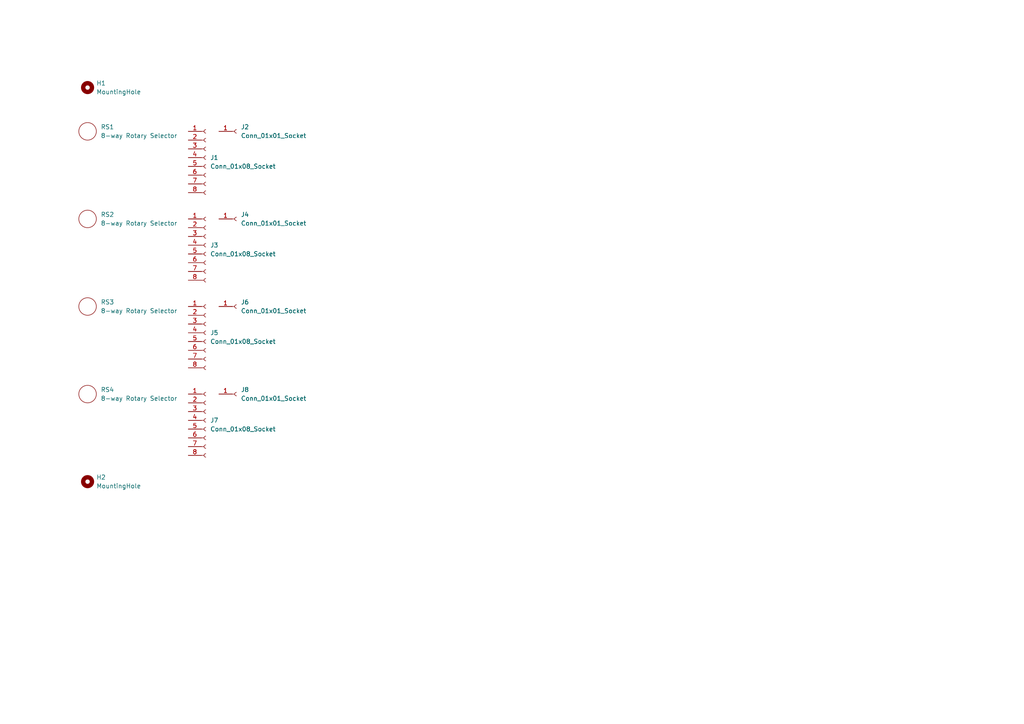
<source format=kicad_sch>
(kicad_sch (version 20231120) (generator "eeschema") (generator_version "8.0")
  (paper "A4")
  (lib_symbols
    (symbol "Connector:Conn_01x01_Socket" (pin_names (offset 1.016) hide)
      (property "Reference" "J" (at 0 2.54 0))
      (property "Value" "Conn_01x01_Socket" (at 0 -2.54 0))
      (symbol "Conn_01x01_Socket_1_1"
        (polyline (pts (xy -1.27 0) (xy -0.508 0)) (stroke (width 0.1524)))
        (arc (start 0 0.508) (mid -0.5058 0) (end 0 -0.508) (stroke (width 0.1524)))
        (pin passive line (at -5.08 0 0) (length 3.81) (name "Pin_1") (number "1"))
      )
    )
    (symbol "Connector:Conn_01x08_Socket" (pin_names (offset 1.016) hide)
      (property "Reference" "J" (at 0 10.16 0))
      (property "Value" "Conn_01x08_Socket" (at 0 -12.7 0))
      (symbol "Conn_01x08_Socket_1_1"
        (arc (start 0 -9.652) (mid -0.5058 -10.16) (end 0 -10.668) (stroke (width 0.1524)))
        (arc (start 0 -7.112) (mid -0.5058 -7.62) (end 0 -8.128) (stroke (width 0.1524)))
        (arc (start 0 -4.572) (mid -0.5058 -5.08) (end 0 -5.588) (stroke (width 0.1524)))
        (arc (start 0 -2.032) (mid -0.5058 -2.54) (end 0 -3.048) (stroke (width 0.1524)))
        (polyline (pts (xy -1.27 -10.16) (xy -0.508 -10.16)) (stroke (width 0.1524)))
        (polyline (pts (xy -1.27 -7.62) (xy -0.508 -7.62)) (stroke (width 0.1524)))
        (polyline (pts (xy -1.27 -5.08) (xy -0.508 -5.08)) (stroke (width 0.1524)))
        (polyline (pts (xy -1.27 -2.54) (xy -0.508 -2.54)) (stroke (width 0.1524)))
        (polyline (pts (xy -1.27 0) (xy -0.508 0)) (stroke (width 0.1524)))
        (polyline (pts (xy -1.27 2.54) (xy -0.508 2.54)) (stroke (width 0.1524)))
        (polyline (pts (xy -1.27 5.08) (xy -0.508 5.08)) (stroke (width 0.1524)))
        (polyline (pts (xy -1.27 7.62) (xy -0.508 7.62)) (stroke (width 0.1524)))
        (arc (start 0 0.508) (mid -0.5058 0) (end 0 -0.508) (stroke (width 0.1524)))
        (arc (start 0 3.048) (mid -0.5058 2.54) (end 0 2.032) (stroke (width 0.1524)))
        (arc (start 0 5.588) (mid -0.5058 5.08) (end 0 4.572) (stroke (width 0.1524)))
        (arc (start 0 8.128) (mid -0.5058 7.62) (end 0 7.112) (stroke (width 0.1524)))
        (pin passive line (at -5.08 7.62 0) (length 3.81) (name "Pin_1") (number "1"))
        (pin passive line (at -5.08 5.08 0) (length 3.81) (name "Pin_2") (number "2"))
        (pin passive line (at -5.08 2.54 0) (length 3.81) (name "Pin_3") (number "3"))
        (pin passive line (at -5.08 0 0) (length 3.81) (name "Pin_4") (number "4"))
        (pin passive line (at -5.08 -2.54 0) (length 3.81) (name "Pin_5") (number "5"))
        (pin passive line (at -5.08 -5.08 0) (length 3.81) (name "Pin_6") (number "6"))
        (pin passive line (at -5.08 -7.62 0) (length 3.81) (name "Pin_7") (number "7"))
        (pin passive line (at -5.08 -10.16 0) (length 3.81) (name "Pin_8") (number "8"))
      )
    )
    (symbol "EXC:Rotary_Selector_Panel_Mount_M9"
      (property "Reference" "RS" (at 0 4.064 0))
      (property "Value" "8-way Rotary Selector" (at 0 -3.81 0))
      (symbol "Rotary_Selector_Panel_Mount_M9_0_1"
        (circle (center 0 0) (radius 2.54))
      )
    )
    (symbol "Mechanical:MountingHole" (pin_names (offset 1.016)) (exclude_from_sim yes) (in_bom no)
      (property "Reference" "H" (at 0 5.08 0))
      (property "Value" "MountingHole" (at 0 3.175 0))
      (symbol "MountingHole_0_1"
        (circle (center 0 0) (radius 1.27) (stroke (width 1.27)))
      )
    )
  )
  (symbol (lib_id "Connector:Conn_01x08_Socket") (at 59.69 45.72 0) (unit 1)
    (property "Reference" "J1" (at 60.96 45.7199 0) (effects (justify left)))
    (property "Value" "Conn_01x08_Socket" (at 60.96 48.2599 0) (effects (justify left)))
    (property "Footprint" "Connector_PinSocket_2.54mm:PinSocket_1x08_P2.54mm_Vertical" (effects (hide yes)))
    (property "Description" "Generic connector, single row, 01x08, script generated" (effects (hide yes)))
  )
  (symbol (lib_id "Connector:Conn_01x01_Socket") (at 68.58 114.3 0) (unit 1)
    (property "Reference" "J8" (at 69.85 113.0299 0) (effects (justify left)))
    (property "Value" "Conn_01x01_Socket" (at 69.85 115.5699 0) (effects (justify left)))
    (property "Footprint" "Connector_PinSocket_2.54mm:PinSocket_1x01_P2.54mm_Vertical" (effects (hide yes)))
    (property "Description" "Generic connector, single row, 01x01, script generated" (effects (hide yes)))
  )
  (symbol (lib_id "Connector:Conn_01x01_Socket") (at 68.58 38.1 0) (unit 1)
    (property "Reference" "J2" (at 69.85 36.8299 0) (effects (justify left)))
    (property "Value" "Conn_01x01_Socket" (at 69.85 39.3699 0) (effects (justify left)))
    (property "Footprint" "Connector_PinSocket_2.54mm:PinSocket_1x01_P2.54mm_Vertical" (effects (hide yes)))
    (property "Description" "Generic connector, single row, 01x01, script generated" (effects (hide yes)))
  )
  (symbol (lib_id "Mechanical:MountingHole") (at 25.4 25.4 0) (unit 1) (exclude_from_sim yes) (in_bom no)
    (property "Reference" "H1" (at 27.94 24.1299 0) (effects (justify left)))
    (property "Value" "MountingHole" (at 27.94 26.6699 0) (effects (justify left)))
    (property "Footprint" "MountingHole:MountingHole_3.2mm_M3" (effects (hide yes)))
    (property "Description" "Mounting Hole without connection" (effects (hide yes)))
  )
  (symbol (lib_id "Connector:Conn_01x01_Socket") (at 68.58 63.5 0) (unit 1)
    (property "Reference" "J4" (at 69.85 62.2299 0) (effects (justify left)))
    (property "Value" "Conn_01x01_Socket" (at 69.85 64.7699 0) (effects (justify left)))
    (property "Footprint" "Connector_PinSocket_2.54mm:PinSocket_1x01_P2.54mm_Vertical" (effects (hide yes)))
    (property "Description" "Generic connector, single row, 01x01, script generated" (effects (hide yes)))
  )
  (symbol (lib_id "EXC:Rotary_Selector_Panel_Mount_M9") (at 25.4 63.5 0) (unit 1)
    (property "Reference" "RS2" (at 29.21 62.2299 0) (effects (justify left)))
    (property "Value" "8-way Rotary Selector" (at 29.21 64.7699 0) (effects (justify left)))
    (property "Footprint" "EXC:Rotary_Selector_Panel_Mount_M9" (effects (hide yes)))
    (property "Datasheet" "https://cdn-shop.adafruit.com/product-files/2925/SR16A-18-15KQ.pdf" (effects (hide yes)))
    (property "Description" "8-way panel-mount Rotary Selector" (effects (hide yes)))
    (property "Source" "https://www.adafruit.com/product/2925" (effects (hide yes)))
  )
  (symbol (lib_id "Mechanical:MountingHole") (at 25.4 139.7 0) (unit 1) (exclude_from_sim yes) (in_bom no)
    (property "Reference" "H2" (at 27.94 138.4299 0) (effects (justify left)))
    (property "Value" "MountingHole" (at 27.94 140.9699 0) (effects (justify left)))
    (property "Footprint" "MountingHole:MountingHole_3.2mm_M3" (effects (hide yes)))
    (property "Description" "Mounting Hole without connection" (effects (hide yes)))
  )
  (symbol (lib_id "Connector:Conn_01x08_Socket") (at 59.69 96.52 0) (unit 1)
    (property "Reference" "J5" (at 60.96 96.5199 0) (effects (justify left)))
    (property "Value" "Conn_01x08_Socket" (at 60.96 99.0599 0) (effects (justify left)))
    (property "Footprint" "Connector_PinSocket_2.54mm:PinSocket_1x08_P2.54mm_Vertical" (effects (hide yes)))
    (property "Description" "Generic connector, single row, 01x08, script generated" (effects (hide yes)))
  )
  (symbol (lib_id "Connector:Conn_01x01_Socket") (at 68.58 88.9 0) (unit 1)
    (property "Reference" "J6" (at 69.85 87.6299 0) (effects (justify left)))
    (property "Value" "Conn_01x01_Socket" (at 69.85 90.1699 0) (effects (justify left)))
    (property "Footprint" "Connector_PinSocket_2.54mm:PinSocket_1x01_P2.54mm_Vertical" (effects (hide yes)))
    (property "Description" "Generic connector, single row, 01x01, script generated" (effects (hide yes)))
  )
  (symbol (lib_id "EXC:Rotary_Selector_Panel_Mount_M9") (at 25.4 88.9 0) (unit 1)
    (property "Reference" "RS3" (at 29.21 87.6299 0) (effects (justify left)))
    (property "Value" "8-way Rotary Selector" (at 29.21 90.1699 0) (effects (justify left)))
    (property "Footprint" "EXC:Rotary_Selector_Panel_Mount_M9" (effects (hide yes)))
    (property "Datasheet" "https://cdn-shop.adafruit.com/product-files/2925/SR16A-18-15KQ.pdf" (effects (hide yes)))
    (property "Description" "8-way panel-mount Rotary Selector" (effects (hide yes)))
    (property "Source" "https://www.adafruit.com/product/2925" (effects (hide yes)))
  )
  (symbol (lib_id "Connector:Conn_01x08_Socket") (at 59.69 121.92 0) (unit 1)
    (property "Reference" "J7" (at 60.96 121.9199 0) (effects (justify left)))
    (property "Value" "Conn_01x08_Socket" (at 60.96 124.4599 0) (effects (justify left)))
    (property "Footprint" "Connector_PinSocket_2.54mm:PinSocket_1x08_P2.54mm_Vertical" (effects (hide yes)))
    (property "Description" "Generic connector, single row, 01x08, script generated" (effects (hide yes)))
  )
  (symbol (lib_id "EXC:Rotary_Selector_Panel_Mount_M9") (at 25.4 38.1 0) (unit 1)
    (property "Reference" "RS1" (at 29.21 36.8299 0) (effects (justify left)))
    (property "Value" "8-way Rotary Selector" (at 29.21 39.3699 0) (effects (justify left)))
    (property "Footprint" "EXC:Rotary_Selector_Panel_Mount_M9" (effects (hide yes)))
    (property "Datasheet" "https://cdn-shop.adafruit.com/product-files/2925/SR16A-18-15KQ.pdf" (effects (hide yes)))
    (property "Description" "8-way panel-mount Rotary Selector" (effects (hide yes)))
    (property "Source" "https://www.adafruit.com/product/2925" (effects (hide yes)))
  )
  (symbol (lib_id "EXC:Rotary_Selector_Panel_Mount_M9") (at 25.4 114.3 0) (unit 1)
    (property "Reference" "RS4" (at 29.21 113.0299 0) (effects (justify left)))
    (property "Value" "8-way Rotary Selector" (at 29.21 115.5699 0) (effects (justify left)))
    (property "Footprint" "EXC:Rotary_Selector_Panel_Mount_M9" (effects (hide yes)))
    (property "Datasheet" "https://cdn-shop.adafruit.com/product-files/2925/SR16A-18-15KQ.pdf" (effects (hide yes)))
    (property "Description" "8-way panel-mount Rotary Selector" (effects (hide yes)))
    (property "Source" "https://www.adafruit.com/product/2925" (effects (hide yes)))
  )
  (symbol (lib_id "Connector:Conn_01x08_Socket") (at 59.69 71.12 0) (unit 1)
    (property "Reference" "J3" (at 60.96 71.1199 0) (effects (justify left)))
    (property "Value" "Conn_01x08_Socket" (at 60.96 73.6599 0) (effects (justify left)))
    (property "Footprint" "Connector_PinSocket_2.54mm:PinSocket_1x08_P2.54mm_Vertical" (effects (hide yes)))
    (property "Description" "Generic connector, single row, 01x08, script generated" (effects (hide yes)))
  )
)
</source>
